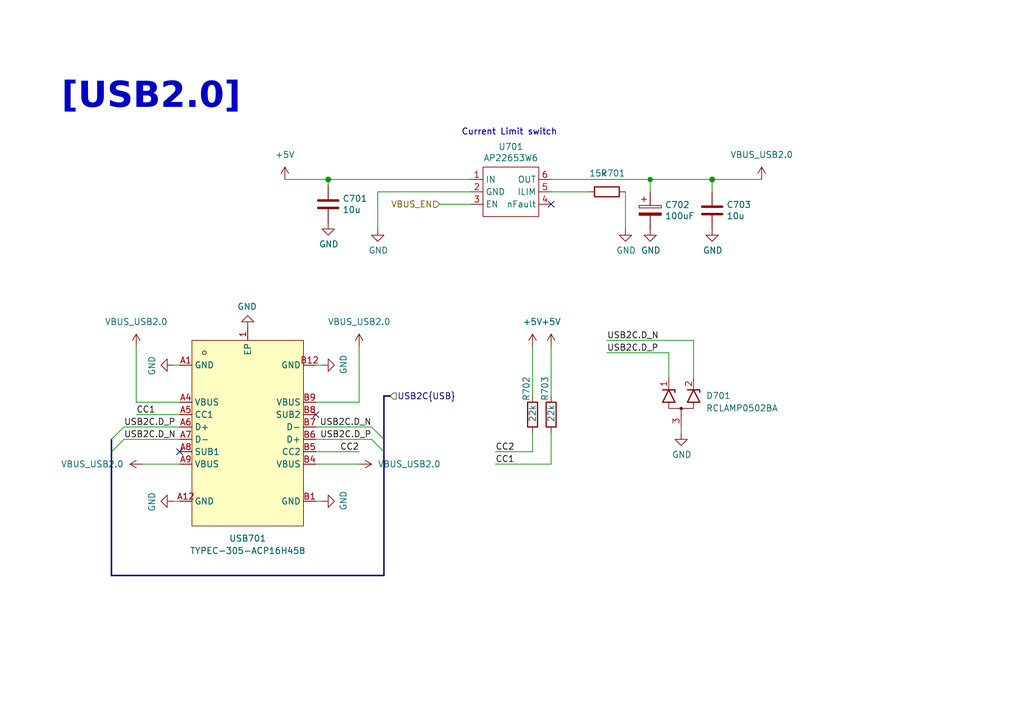
<source format=kicad_sch>
(kicad_sch (version 20231120) (generator "eeschema") (generator_version "8.0")
  (paper "A5")
  (title_block (title "CM5 MINIMA") (date "2024-12-17") (rev "2") (company "Pierluigi Colangeli"))
  (lib_symbols
    (symbol "CM5IO:AP2553W6"
      (property "Reference" "U" (at 3.81 -6.35 0))
      (property "Value" "AP2553W6" (at -3.81 -6.35 0))
      (symbol "AP2553W6_0_0"
        (pin power_in line (at -8.89 2.54 0) (length 2.54) (name "IN") (number "1"))
        (pin power_out line (at -8.89 0 0) (length 2.54) (name "GND") (number "2"))
        (pin input line (at -8.89 -2.54 0) (length 2.54) (name "EN") (number "3"))
        (pin open_collector line (at 7.62 -2.54 180) (length 2.54) (name "nFault") (number "4"))
        (pin passive line (at 7.62 0 180) (length 2.54) (name "ILIM") (number "5"))
        (pin power_out line (at 7.62 2.54 180) (length 2.54) (name "OUT") (number "6"))
      )
      (symbol "AP2553W6_0_1"
        (rectangle (start -6.35 5.08) (end 5.08 -5.08))
      )
    )
    (symbol "Device:C" (pin_numbers hide) (pin_names (offset 0.254))
      (property "Reference" "C" (at 0.635 2.54 0))
      (property "Value" "C" (at 0.635 -2.54 0))
      (symbol "C_0_1"
        (polyline (pts (xy -2.032 -0.762) (xy 2.032 -0.762)) (stroke (width 0.508)))
        (polyline (pts (xy -2.032 0.762) (xy 2.032 0.762)) (stroke (width 0.508)))
      )
      (symbol "C_1_1"
        (pin passive line (at 0 3.81 270) (length 2.794) (name "~") (number "1"))
        (pin passive line (at 0 -3.81 90) (length 2.794) (name "~") (number "2"))
      )
    )
    (symbol "Device:C_Polarized" (pin_numbers hide) (pin_names (offset 0.254))
      (property "Reference" "C" (at 0.635 2.54 0))
      (property "Value" "C_Polarized" (at 0.635 -2.54 0))
      (symbol "C_Polarized_0_1"
        (rectangle (start -2.286 0.508) (end 2.286 1.016))
        (polyline (pts (xy -1.778 2.286) (xy -0.762 2.286)))
        (polyline (pts (xy -1.27 2.794) (xy -1.27 1.778)))
        (rectangle (start 2.286 -0.508) (end -2.286 -1.016) (fill (type outline)))
      )
      (symbol "C_Polarized_1_1"
        (pin passive line (at 0 3.81 270) (length 2.794) (name "~") (number "1"))
        (pin passive line (at 0 -3.81 90) (length 2.794) (name "~") (number "2"))
      )
    )
    (symbol "Device:R" (pin_numbers hide) (pin_names (offset 0))
      (property "Reference" "R" (at 2.032 0 90))
      (property "Value" "R" (at 0 0 90))
      (symbol "R_0_1"
        (rectangle (start -1.016 -2.54) (end 1.016 2.54) (stroke (width 0.254)))
      )
      (symbol "R_1_1"
        (pin passive line (at 0 3.81 270) (length 1.27) (name "~") (number "1"))
        (pin passive line (at 0 -3.81 90) (length 1.27) (name "~") (number "2"))
      )
    )
    (symbol "EasyEDA:TYPEC-305-ACP16H458"
      (property "Reference" "USB701" (at 0 -22.86 0))
      (property "Value" "TYPEC-305-ACP16H458" (at 0 -25.4 0))
      (symbol "TYPEC-305-ACP16H458_0_1"
        (rectangle (start -11.43 17.78) (end 11.43 -20.32) (fill (type background)))
        (circle (center -8.89 15.24) (radius 0.38))
        (pin passive line (at 0 20.32 270) (length 2.54) (name "EP") (number "1"))
        (pin power_in line (at -13.97 12.7 0) (length 2.54) (name "GND") (number "A1"))
        (pin power_in line (at -13.97 -15.24 0) (length 2.54) (name "GND") (number "A12"))
        (pin power_in line (at -13.97 5.08 0) (length 2.54) (name "VBUS") (number "A4"))
        (pin output line (at -13.97 2.54 0) (length 2.54) (name "CC1") (number "A5"))
        (pin bidirectional line (at -13.97 0 0) (length 2.54) (name "D+") (number "A6"))
        (pin bidirectional line (at -13.97 -2.54 0) (length 2.54) (name "D-") (number "A7"))
        (pin input line (at -13.97 -5.08 0) (length 2.54) (name "SUB1") (number "A8"))
        (pin power_in line (at -13.97 -7.62 0) (length 2.54) (name "VBUS") (number "A9"))
        (pin power_in line (at 13.97 -15.24 180) (length 2.54) (name "GND") (number "B1"))
        (pin power_in line (at 13.97 12.7 180) (length 2.54) (name "GND") (number "B12"))
        (pin power_in line (at 13.97 -7.62 180) (length 2.54) (name "VBUS") (number "B4"))
        (pin output line (at 13.97 -5.08 180) (length 2.54) (name "CC2") (number "B5"))
        (pin bidirectional line (at 13.97 -2.54 180) (length 2.54) (name "D+") (number "B6"))
        (pin bidirectional line (at 13.97 0 180) (length 2.54) (name "D-") (number "B7"))
        (pin input line (at 13.97 2.54 180) (length 2.54) (name "SUB2") (number "B8"))
        (pin power_in line (at 13.97 5.08 180) (length 2.54) (name "VBUS") (number "B9"))
      )
    )
    (symbol "Power_Protection:RCLAMP0502BA" (pin_names hide)
      (property "Reference" "D" (at 0 5.08 0))
      (property "Value" "RCLAMP0502BA" (at 0 -5.08 0))
      (symbol "RCLAMP0502BA_0_1"
        (polyline (pts (xy -2.54 0) (xy -1.27 0)))
        (polyline (pts (xy -1.27 2.54) (xy -1.27 -2.54)))
        (polyline (pts (xy 0 2.54) (xy -1.27 2.54)) (stroke (width 0.1524)))
        (polyline (pts (xy 2.54 3.81) (xy 2.54 1.27) (xy 2.032 1.27)) (stroke (width 0.254)))
        (polyline (pts (xy 0 1.27) (xy 0 3.81) (xy 2.54 2.54) (xy 0 1.27)) (stroke (width 0.254)))
        (pin passive line (at -5.08 0 0) (length 2.54) (name "A") (number "3"))
      )
      (symbol "RCLAMP0502BA_1_1"
        (circle (center -1.27 0) (radius 0.254) (fill (type outline)))
        (polyline (pts (xy 0 -2.54) (xy -1.27 -2.54)) (stroke (width 0.1524)))
        (polyline (pts (xy 2.54 -1.27) (xy 2.54 -3.81) (xy 2.032 -3.81)) (stroke (width 0.254)))
        (polyline (pts (xy 0 -3.81) (xy 0 -1.27) (xy 2.54 -2.54) (xy 0 -3.81)) (stroke (width 0.254)))
        (pin passive line (at 5.08 2.54 180) (length 2.54) (name "K1") (number "1"))
        (pin passive line (at 5.08 -2.54 180) (length 2.54) (name "K2") (number "2"))
      )
    )
    (symbol "power:+5V" (power) (pin_numbers hide) (pin_names (offset 0) hide)
      (property "Value" "+5V" (at 0 3.556 0))
      (symbol "+5V_0_1"
        (polyline (pts (xy -0.762 1.27) (xy 0 2.54)))
        (polyline (pts (xy 0 0) (xy 0 2.54)))
        (polyline (pts (xy 0 2.54) (xy 0.762 1.27)))
      )
      (symbol "+5V_1_1"
        (pin power_in line (at 0 0 90) (length 0) (name "~") (number "1"))
      )
    )
    (symbol "power:GND" (power) (pin_numbers hide) (pin_names (offset 0) hide)
      (property "Value" "GND" (at 0 -3.81 0))
      (symbol "GND_0_1"
        (polyline (pts (xy 0 0) (xy 0 -1.27) (xy 1.27 -1.27) (xy 0 -2.54) (xy -1.27 -1.27) (xy 0 -1.27)))
      )
      (symbol "GND_1_1"
        (pin power_in line (at 0 0 270) (length 0) (name "~") (number "1"))
      )
    )
  )
  (junction (at 146.05 36.83) (diameter 1.016))
  (junction (at 133.35 36.83))
  (junction (at 67.31 36.83) (diameter 1.016))
  (no_connect (at 113.03 41.91))
  (no_connect (at 36.83 92.71))
  (no_connect (at 64.77 85.09))
  (bus_entry (at 25.4 87.63) (size -2.54 2.54))
  (bus_entry (at 76.2 87.63) (size 2.54 2.54))
  (bus_entry (at 76.2 90.17) (size 2.54 2.54))
  (bus_entry (at 25.4 90.17) (size -2.54 2.54))
  (wire (pts (xy 64.77 95.25) (xy 73.66 95.25)))
  (wire (pts (xy 139.7 88.9) (xy 139.7 87.63)))
  (wire (pts (xy 137.16 72.39) (xy 137.16 77.47)))
  (bus (pts (xy 78.74 81.28) (xy 80.01 81.28)))
  (wire (pts (xy 27.94 71.12) (xy 27.94 82.55)))
  (bus (pts (xy 78.74 90.17) (xy 78.74 81.28)))
  (bus (pts (xy 22.86 90.17) (xy 22.86 92.71)))
  (wire (pts (xy 113.03 88.9) (xy 113.03 95.25)))
  (wire (pts (xy 64.77 90.17) (xy 76.2 90.17)))
  (wire (pts (xy 146.05 39.37) (xy 146.05 36.83)))
  (wire (pts (xy 124.46 69.85) (xy 142.24 69.85)))
  (wire (pts (xy 142.24 69.85) (xy 142.24 77.47)))
  (bus (pts (xy 78.74 92.71) (xy 78.74 118.11)))
  (wire (pts (xy 58.42 36.83) (xy 67.31 36.83)))
  (wire (pts (xy 64.77 87.63) (xy 76.2 87.63)))
  (wire (pts (xy 101.6 95.25) (xy 113.03 95.25)))
  (wire (pts (xy 25.4 87.63) (xy 36.83 87.63)))
  (wire (pts (xy 73.66 71.12) (xy 73.66 82.55)))
  (wire (pts (xy 96.52 39.37) (xy 77.47 39.37)))
  (wire (pts (xy 35.56 102.87) (xy 36.83 102.87)))
  (wire (pts (xy 124.46 72.39) (xy 137.16 72.39)))
  (wire (pts (xy 77.47 39.37) (xy 77.47 46.99)))
  (wire (pts (xy 146.05 36.83) (xy 156.21 36.83)))
  (wire (pts (xy 64.77 102.87) (xy 66.04 102.87)))
  (bus (pts (xy 22.86 92.71) (xy 22.86 118.11)))
  (wire (pts (xy 29.21 95.25) (xy 36.83 95.25)))
  (wire (pts (xy 25.4 90.17) (xy 36.83 90.17)))
  (wire (pts (xy 128.27 39.37) (xy 128.27 46.99)))
  (wire (pts (xy 109.22 88.9) (xy 109.22 92.71)))
  (wire (pts (xy 113.03 39.37) (xy 120.65 39.37)))
  (wire (pts (xy 64.77 92.71) (xy 73.66 92.71)))
  (bus (pts (xy 78.74 90.17) (xy 78.74 92.71)))
  (wire (pts (xy 90.17 41.91) (xy 96.52 41.91)))
  (wire (pts (xy 101.6 92.71) (xy 109.22 92.71)))
  (wire (pts (xy 67.31 36.83) (xy 96.52 36.83)))
  (wire (pts (xy 109.22 71.12) (xy 109.22 81.28)))
  (wire (pts (xy 113.03 71.12) (xy 113.03 81.28)))
  (wire (pts (xy 27.94 85.09) (xy 36.83 85.09)))
  (wire (pts (xy 27.94 82.55) (xy 36.83 82.55)))
  (wire (pts (xy 133.35 36.83) (xy 146.05 36.83)))
  (wire (pts (xy 64.77 82.55) (xy 73.66 82.55)))
  (wire (pts (xy 64.77 74.93) (xy 66.04 74.93)))
  (wire (pts (xy 113.03 36.83) (xy 133.35 36.83)))
  (wire (pts (xy 35.56 74.93) (xy 36.83 74.93)))
  (wire (pts (xy 67.31 38.1) (xy 67.31 36.83)))
  (bus (pts (xy 78.74 118.11) (xy 22.86 118.11)))
  (wire (pts (xy 133.35 36.83) (xy 133.35 39.37)))
  (text "[USB2.0]" (at 30.988 21.336 0) (effects (font (size 5.27 5.27) (bold yes))))
  (text "Current Limit switch" (at 114.3 27.94 0) (effects (font (size 1.27 1.27)) (justify right bottom)))
  (text "Current Limit switch" (at 114.3 27.94 0) (effects (font (size 1.27 1.27)) (justify right bottom)))
  (label "CC2" (at 73.66 92.71 180))
  (label "USB2C.D_N" (at 76.2 87.63 180))
  (label "USB2C.D_P" (at 76.2 90.17 180))
  (label "CC1" (at 27.94 85.09 0))
  (label "USB2C.D_N" (at 124.46 69.85 0))
  (label "CC1" (at 101.6 95.25 0))
  (label "USB2C.D_P" (at 25.4 87.63 0))
  (label "USB2C.D_N" (at 25.4 90.17 0))
  (label "USB2C.D_P" (at 124.46 72.39 0))
  (label "CC2" (at 101.6 92.71 0))
  (hierarchical_label "VBUS_EN" (shape input) (at 90.17 41.91 180))
  (hierarchical_label "USB2C{USB}" (shape input) (at 80.01 81.28 0))
  (symbol (lib_id "power:+5V") (at 113.03 71.12 0) (unit 1)
    (property "Reference" "#PWR0609" (effects (hide yes)))
    (property "Value" "+5V" (at 113.03 66.04 0))
    (property "Description" "Power symbol creates a global label with name \"+5V\"" (effects (hide yes)))
  )
  (symbol (lib_id "Device:R") (at 113.03 85.09 0) (mirror x) (unit 1)
    (property "Reference" "R703" (at 111.76 79.756 90))
    (property "Value" "22k" (at 113.03 84.836 90))
    (property "Footprint" "Resistor_SMD:R_0402_1005Metric" (effects (hide yes)))
    (property "Package" "0402" (effects (hide yes)))
  )
  (symbol (lib_id "power:GND") (at 77.47 46.99 0) (unit 1)
    (property "Reference" "#PWR0702" (effects (hide yes)))
    (property "Value" "GND" (at 77.597 51.3842 0))
    (property "Description" "Power symbol creates a global label with name \"GND\" , ground" (effects (hide yes)))
  )
  (symbol (lib_id "Device:C") (at 67.31 41.91 0) (unit 1)
    (property "Reference" "C701" (at 70.231 40.7416 0) (effects (justify left)))
    (property "Value" "10u" (at 70.231 43.053 0) (effects (justify left)))
    (property "Footprint" "Capacitor_SMD:C_0805_2012Metric" (effects (hide yes)))
    (property "Datasheet" "https://search.murata.co.jp/Ceramy/image/img/A01X/G101/ENG/GRM21BR71A106KA73-01.pdf" (effects (hide yes)))
    (property "Field5" "490-14381-1-ND" (effects (hide yes)))
    (property "Field4" "Digikey" (effects (hide yes)))
    (property "Field6" "GRM21BR71A106KA73L" (effects (hide yes)))
    (property "Field7" "Murata" (effects (hide yes)))
    (property "Part Description" "	10uF 10% 10V Ceramic Capacitor X7R 0805 (2012 Metric)" (effects (hide yes)))
    (property "Field8" "111893011" (effects (hide yes)))
  )
  (symbol (lib_id "EasyEDA:TYPEC-305-ACP16H458") (at 50.8 87.63 0) (unit 1)
    (property "Reference" "USB701" (at 50.8 110.49 0))
    (property "Value" "TYPEC-305-ACP16H458" (at 50.8 113.03 0))
    (property "Footprint" "EasyEDA:USB-C-SMD_TYPEC-305-ACP16H458" (effects (hide yes)))
    (property "LCSC Part" "C5454943" (effects (hide yes)))
  )
  (symbol (lib_id "power:+5V") (at 73.66 95.25 270) (unit 1)
    (property "Reference" "#PWR0615" (effects (hide yes)))
    (property "Value" "VBUS_USB2.0" (at 77.47 95.2499 90) (effects (justify left)))
    (property "Description" "Power symbol creates a global label with name \"+5V\"" (effects (hide yes)))
  )
  (symbol (lib_id "Device:C") (at 146.05 43.18 0) (unit 1)
    (property "Reference" "C703" (at 148.971 42.0116 0) (effects (justify left)))
    (property "Value" "10u" (at 148.971 44.323 0) (effects (justify left)))
    (property "Footprint" "Capacitor_SMD:C_0805_2012Metric" (effects (hide yes)))
    (property "Datasheet" "https://search.murata.co.jp/Ceramy/image/img/A01X/G101/ENG/GRM21BR71A106KA73-01.pdf" (effects (hide yes)))
    (property "Field5" "490-14381-1-ND" (effects (hide yes)))
    (property "Field4" "Digikey" (effects (hide yes)))
    (property "Field6" "GRM21BR71A106KA73L" (effects (hide yes)))
    (property "Field7" "Murata" (effects (hide yes)))
    (property "Part Description" "	10uF 10% 10V Ceramic Capacitor X7R 0805 (2012 Metric)" (effects (hide yes)))
    (property "Field8" "111893011" (effects (hide yes)))
  )
  (symbol (lib_id "power:GND") (at 35.56 74.93 270) (unit 1)
    (property "Reference" "#PWR0707" (effects (hide yes)))
    (property "Value" "GND" (at 31.1658 75.057 0))
    (property "Description" "Power symbol creates a global label with name \"GND\" , ground" (effects (hide yes)))
  )
  (symbol (lib_id "power:GND") (at 146.05 46.99 0) (unit 1)
    (property "Reference" "#PWR0705" (effects (hide yes)))
    (property "Value" "GND" (at 146.177 51.3842 0))
    (property "Description" "Power symbol creates a global label with name \"GND\" , ground" (effects (hide yes)))
  )
  (symbol (lib_id "power:GND") (at 133.35 46.99 0) (unit 1)
    (property "Reference" "#PWR0704" (effects (hide yes)))
    (property "Value" "GND" (at 133.477 51.3842 0))
    (property "Description" "Power symbol creates a global label with name \"GND\" , ground" (effects (hide yes)))
  )
  (symbol (lib_id "power:+5V") (at 109.22 71.12 0) (unit 1)
    (property "Reference" "#PWR0605" (effects (hide yes)))
    (property "Value" "+5V" (at 109.22 66.04 0))
    (property "Description" "Power symbol creates a global label with name \"+5V\"" (effects (hide yes)))
  )
  (symbol (lib_id "Power_Protection:RCLAMP0502BA") (at 139.7 82.55 90) (unit 1)
    (property "Reference" "D701" (at 144.78 81.2165 90) (effects (justify right)))
    (property "Value" "RCLAMP0502BA" (at 144.78 83.7565 90) (effects (justify right)))
    (property "Footprint" "Package_TO_SOT_SMD:SOT-416" (effects (hide yes)))
    (property "Datasheet" "https://www.semtech.com/products/circuit-protection/low-capacitance/rclamp0502ba" (effects (hide yes)))
  )
  (symbol (lib_id "CM5IO:AP2553W6") (at 105.41 39.37 0) (unit 1)
    (property "Reference" "U701" (at 104.775 30.099 0))
    (property "Value" "AP22653W6" (at 104.775 32.4104 0))
    (property "Footprint" "Package_TO_SOT_SMD:SOT-23-6" (effects (hide yes)))
    (property "Datasheet" "https://www.diodes.com/assets/Datasheets/AP255x.pdf" (effects (hide yes)))
    (property "Field4" "Digikey" (effects (hide yes)))
    (property "Field5" "	31-AP22653W6-7CT-ND" (effects (hide yes)))
    (property "Field6" "AP22653W6" (effects (hide yes)))
    (property "Field7" "Diodes" (effects (hide yes)))
    (property "Part Description" "	Power Switch/Driver 1:1 P-Channel 2.1A SOT-23-6" (effects (hide yes)))
  )
  (symbol (lib_id "power:GND") (at 139.7 88.9 0) (unit 1)
    (property "Reference" "#PWR0706" (effects (hide yes)))
    (property "Value" "GND" (at 139.827 93.2942 0))
    (property "Description" "Power symbol creates a global label with name \"GND\" , ground" (effects (hide yes)))
  )
  (symbol (lib_id "power:GND") (at 128.27 46.99 0) (unit 1)
    (property "Reference" "#PWR0703" (effects (hide yes)))
    (property "Value" "GND" (at 128.397 51.3842 0))
    (property "Description" "Power symbol creates a global label with name \"GND\" , ground" (effects (hide yes)))
  )
  (symbol (lib_id "power:+5V") (at 29.21 95.25 90) (unit 1)
    (property "Reference" "#PWR0614" (effects (hide yes)))
    (property "Value" "VBUS_USB2.0" (at 25.4 95.2499 90) (effects (justify left)))
    (property "Description" "Power symbol creates a global label with name \"+5V\"" (effects (hide yes)))
  )
  (symbol (lib_id "power:GND") (at 50.8 67.31 180) (unit 1)
    (property "Reference" "#PWR0711" (effects (hide yes)))
    (property "Value" "GND" (at 50.673 62.9158 0))
    (property "Description" "Power symbol creates a global label with name \"GND\" , ground" (effects (hide yes)))
  )
  (symbol (lib_id "power:GND") (at 66.04 102.87 90) (unit 1)
    (property "Reference" "#PWR0710" (effects (hide yes)))
    (property "Value" "GND" (at 70.4342 102.743 0))
    (property "Description" "Power symbol creates a global label with name \"GND\" , ground" (effects (hide yes)))
  )
  (symbol (lib_id "power:GND") (at 66.04 74.93 90) (unit 1)
    (property "Reference" "#PWR0709" (effects (hide yes)))
    (property "Value" "GND" (at 70.4342 74.803 0))
    (property "Description" "Power symbol creates a global label with name \"GND\" , ground" (effects (hide yes)))
  )
  (symbol (lib_id "power:+5V") (at 156.21 36.83 0) (unit 1)
    (property "Reference" "#PWR0611" (effects (hide yes)))
    (property "Value" "VBUS_USB2.0" (at 156.21 31.75 0))
    (property "Description" "Power symbol creates a global label with name \"+5V\"" (effects (hide yes)))
  )
  (symbol (lib_id "power:+5V") (at 27.94 71.12 0) (unit 1)
    (property "Reference" "#PWR0612" (effects (hide yes)))
    (property "Value" "VBUS_USB2.0" (at 27.94 66.04 0))
    (property "Description" "Power symbol creates a global label with name \"+5V\"" (effects (hide yes)))
  )
  (symbol (lib_id "power:GND") (at 67.31 45.72 0) (unit 1)
    (property "Reference" "#PWR0701" (effects (hide yes)))
    (property "Value" "GND" (at 67.437 50.1142 0))
    (property "Description" "Power symbol creates a global label with name \"GND\" , ground" (effects (hide yes)))
  )
  (symbol (lib_id "Device:R") (at 124.46 39.37 90) (unit 1)
    (property "Reference" "R701" (at 128.27 35.56 90) (effects (justify left)))
    (property "Value" "15k" (at 124.46 35.56 90) (effects (justify left)))
    (property "Footprint" "Resistor_SMD:R_0402_1005Metric" (effects (hide yes)))
    (property "Field4" "Farnell" (effects (hide yes)))
    (property "Field5" "9239375" (effects (hide yes)))
    (property "Field6" "MCR01MZPF1502" (effects (hide yes)))
    (property "Field7" "Rohm" (effects (hide yes)))
    (property "Part Description" "Resistor 15K M1005 1% 63mW" (effects (hide yes)))
    (property "Field8" "120891581" (effects (hide yes)))
  )
  (symbol (lib_id "power:+5V") (at 73.66 71.12 0) (unit 1)
    (property "Reference" "#PWR0613" (effects (hide yes)))
    (property "Value" "VBUS_USB2.0" (at 73.66 66.04 0))
    (property "Description" "Power symbol creates a global label with name \"+5V\"" (effects (hide yes)))
  )
  (symbol (lib_id "power:GND") (at 35.56 102.87 270) (unit 1)
    (property "Reference" "#PWR0708" (effects (hide yes)))
    (property "Value" "GND" (at 31.1658 102.997 0))
    (property "Description" "Power symbol creates a global label with name \"GND\" , ground" (effects (hide yes)))
  )
  (symbol (lib_id "Device:C_Polarized") (at 133.35 43.18 0) (unit 1)
    (property "Reference" "C702" (at 136.3472 42.037 0) (effects (justify left)))
    (property "Value" "100uF" (at 136.3472 44.323 0) (effects (justify left)))
    (property "Footprint" "Capacitor_Tantalum_SMD:CP_EIA-7343-31_Kemet-D" (effects (hide yes)))
    (property "Field4" "Mouser" (effects (hide yes)))
    (property "Field5" "667-EEF-CX0J101R" (effects (hide yes)))
    (property "Part Description" "Capacitor, SP-Cap, 100u, 6.3V, 15mR ESR" (effects (hide yes)))
    (property "Field7" "Panasonic" (effects (hide yes)))
  )
  (symbol (lib_id "Device:R") (at 109.22 85.09 0) (mirror x) (unit 1)
    (property "Reference" "R702" (at 107.95 79.756 90))
    (property "Value" "22k" (at 109.22 84.836 90))
    (property "Footprint" "Resistor_SMD:R_0402_1005Metric" (effects (hide yes)))
    (property "Package" "0402" (effects (hide yes)))
  )
  (symbol (lib_id "power:+5V") (at 58.42 36.83 0) (unit 1)
    (property "Reference" "#PWR0603" (effects (hide yes)))
    (property "Value" "+5V" (at 58.42 31.75 0))
    (property "Description" "Power symbol creates a global label with name \"+5V\"" (effects (hide yes)))
  )
)
</source>
